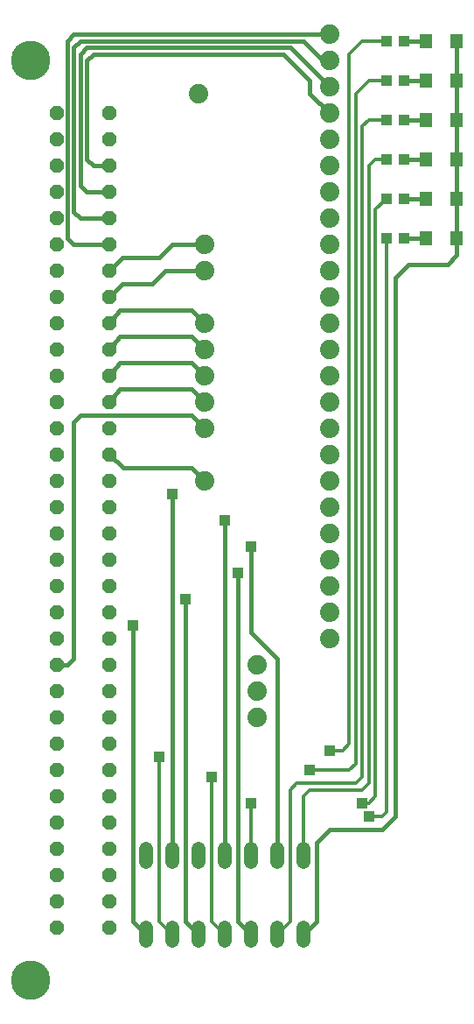
<source format=gtl>
G75*
%MOIN*%
%OFA0B0*%
%FSLAX24Y24*%
%IPPOS*%
%LPD*%
%AMOC8*
5,1,8,0,0,1.08239X$1,22.5*
%
%ADD10OC8,0.0560*%
%ADD11C,0.1502*%
%ADD12C,0.0740*%
%ADD13C,0.0520*%
%ADD14R,0.0472X0.0551*%
%ADD15R,0.0433X0.0394*%
%ADD16C,0.0160*%
%ADD17R,0.0396X0.0396*%
%ADD18C,0.0120*%
D10*
X005150Y003195D03*
X005150Y004195D03*
X005150Y005195D03*
X005150Y006195D03*
X005150Y007195D03*
X005150Y008195D03*
X005150Y009195D03*
X005150Y010195D03*
X005150Y011195D03*
X005150Y012195D03*
X005150Y013195D03*
X005150Y014195D03*
X005150Y015195D03*
X005150Y016195D03*
X005150Y017195D03*
X005150Y018195D03*
X005150Y019195D03*
X005150Y020195D03*
X005150Y021195D03*
X005150Y022195D03*
X005150Y023195D03*
X005150Y024195D03*
X005150Y025195D03*
X005150Y026195D03*
X005150Y027195D03*
X005150Y028195D03*
X005150Y029195D03*
X005150Y030195D03*
X005150Y031195D03*
X005150Y032195D03*
X005150Y033195D03*
X005150Y034195D03*
X007150Y034195D03*
X007150Y033195D03*
X007150Y032195D03*
X007150Y031195D03*
X007150Y030195D03*
X007150Y029195D03*
X007150Y028195D03*
X007150Y027195D03*
X007150Y026195D03*
X007150Y025195D03*
X007150Y024195D03*
X007150Y023195D03*
X007150Y022195D03*
X007150Y021195D03*
X007150Y020195D03*
X007150Y019195D03*
X007150Y018195D03*
X007150Y017195D03*
X007150Y016195D03*
X007150Y015195D03*
X007150Y014195D03*
X007150Y013195D03*
X007150Y012195D03*
X007150Y011195D03*
X007150Y010195D03*
X007150Y009195D03*
X007150Y008195D03*
X007150Y007195D03*
X007150Y006195D03*
X007150Y005195D03*
X007150Y004195D03*
X007150Y003195D03*
D11*
X004150Y001195D03*
X004150Y036195D03*
D12*
X010531Y034930D03*
X010781Y029180D03*
X010781Y028180D03*
X010781Y026180D03*
X010781Y025180D03*
X010781Y024180D03*
X010781Y023180D03*
X010781Y022180D03*
X010781Y020180D03*
X012781Y013180D03*
X012781Y012180D03*
X012781Y011180D03*
X015531Y014180D03*
X015531Y015180D03*
X015531Y016180D03*
X015531Y017180D03*
X015531Y018180D03*
X015531Y019180D03*
X015531Y020180D03*
X015531Y021180D03*
X015531Y022180D03*
X015531Y023180D03*
X015531Y024180D03*
X015531Y025180D03*
X015531Y026180D03*
X015531Y027180D03*
X015531Y028180D03*
X015531Y029180D03*
X015531Y030180D03*
X015531Y031180D03*
X015531Y032180D03*
X015531Y033180D03*
X015531Y034180D03*
X015531Y035180D03*
X015531Y036180D03*
X015531Y037180D03*
D13*
X014531Y006190D02*
X014531Y005670D01*
X013531Y005670D02*
X013531Y006190D01*
X012531Y006190D02*
X012531Y005670D01*
X011531Y005670D02*
X011531Y006190D01*
X010531Y006190D02*
X010531Y005670D01*
X009531Y005670D02*
X009531Y006190D01*
X008531Y006190D02*
X008531Y005670D01*
X008531Y003190D02*
X008531Y002670D01*
X009531Y002670D02*
X009531Y003190D01*
X010531Y003190D02*
X010531Y002670D01*
X011531Y002670D02*
X011531Y003190D01*
X012531Y003190D02*
X012531Y002670D01*
X013531Y002670D02*
X013531Y003190D01*
X014531Y003190D02*
X014531Y002670D01*
D14*
X019191Y029430D03*
X019191Y030930D03*
X019191Y032430D03*
X019191Y033930D03*
X019191Y035430D03*
X019191Y036930D03*
X020372Y036930D03*
X020372Y035430D03*
X020372Y033930D03*
X020372Y032430D03*
X020372Y030930D03*
X020372Y029430D03*
D15*
X018366Y029430D03*
X017697Y029430D03*
X017697Y030930D03*
X018366Y030930D03*
X018366Y032430D03*
X017697Y032430D03*
X017697Y033930D03*
X018366Y033930D03*
X018366Y035430D03*
X017697Y035430D03*
X017697Y036930D03*
X018366Y036930D03*
D16*
X019191Y036930D01*
X019191Y035430D02*
X018366Y035430D01*
X018366Y033930D02*
X019191Y033930D01*
X019191Y032430D02*
X018366Y032430D01*
X018366Y030930D02*
X019191Y030930D01*
X019191Y029430D02*
X018366Y029430D01*
X018531Y028430D02*
X018031Y027930D01*
X018031Y007430D01*
X017531Y006930D01*
X015531Y006930D01*
X015031Y006430D01*
X015031Y003430D01*
X014531Y002930D01*
X013531Y005930D02*
X013531Y013430D01*
X012531Y014430D01*
X012531Y017680D01*
X012031Y016680D02*
X012031Y003430D01*
X012531Y002930D01*
X011531Y005930D02*
X011531Y018680D01*
X010781Y020180D02*
X010281Y020680D01*
X007665Y020680D01*
X007150Y021195D01*
X005781Y022430D02*
X006031Y022680D01*
X010281Y022680D01*
X010781Y022180D01*
X010781Y023180D02*
X010281Y023680D01*
X007531Y023680D01*
X007150Y023195D01*
X007150Y024195D02*
X007531Y024680D01*
X010281Y024680D01*
X010781Y024180D01*
X010781Y025180D02*
X010281Y025680D01*
X007531Y025680D01*
X007150Y025195D01*
X007150Y026195D02*
X007531Y026680D01*
X010281Y026680D01*
X010781Y026180D01*
X010781Y028180D02*
X009281Y028180D01*
X008781Y027680D01*
X007635Y027680D01*
X007150Y027195D01*
X007150Y028195D02*
X007635Y028680D01*
X009031Y028680D01*
X009531Y029180D01*
X010781Y029180D01*
X007150Y029195D02*
X007135Y029180D01*
X005781Y029180D01*
X005531Y029430D01*
X005531Y036930D01*
X005781Y037180D01*
X015531Y037180D01*
X015531Y036180D02*
X015281Y036180D01*
X014531Y036930D01*
X006031Y036930D01*
X005781Y036680D01*
X005781Y030430D01*
X006031Y030180D01*
X007135Y030180D01*
X007150Y030195D01*
X007135Y031180D02*
X007150Y031195D01*
X007135Y031180D02*
X006281Y031180D01*
X006031Y031430D01*
X006031Y036430D01*
X006281Y036680D01*
X014031Y036680D01*
X015531Y035180D01*
X014781Y034930D02*
X015531Y034180D01*
X014781Y034930D02*
X014781Y035430D01*
X013781Y036430D01*
X006531Y036430D01*
X006281Y036180D01*
X006281Y032430D01*
X006531Y032180D01*
X007135Y032180D01*
X007150Y032195D01*
X005781Y022430D02*
X005781Y013430D01*
X005531Y013180D01*
X005150Y013195D01*
X008031Y014680D02*
X008031Y003430D01*
X008531Y002930D01*
X010031Y003430D02*
X010031Y015680D01*
X009531Y019680D02*
X009531Y005930D01*
X010031Y003430D02*
X010531Y002930D01*
X018531Y028430D02*
X020031Y028430D01*
X020372Y028771D01*
X020372Y029430D01*
X020372Y030930D01*
X020372Y032430D01*
X020372Y033930D01*
X020372Y035430D01*
X020372Y036930D01*
D17*
X011531Y018680D03*
X012531Y017680D03*
X012031Y016680D03*
X010031Y015680D03*
X008031Y014680D03*
X009031Y009680D03*
X011031Y008930D03*
X012531Y007930D03*
X014781Y009180D03*
X015531Y009930D03*
X016781Y007930D03*
X017031Y007430D03*
X009531Y019680D03*
D18*
X009031Y009680D02*
X009031Y003430D01*
X009531Y002930D01*
X011031Y003430D02*
X011531Y002930D01*
X011031Y003430D02*
X011031Y008930D01*
X012531Y007930D02*
X012531Y005930D01*
X014031Y008430D02*
X014031Y003430D01*
X013531Y002930D01*
X014531Y005930D02*
X014531Y008180D01*
X014781Y008430D01*
X016781Y008430D01*
X017031Y008680D01*
X017031Y032180D01*
X017281Y032430D01*
X017697Y032430D01*
X017697Y033930D02*
X017031Y033930D01*
X016781Y033680D01*
X016781Y008930D01*
X016531Y008680D01*
X014281Y008680D01*
X014031Y008430D01*
X014781Y009180D02*
X016281Y009180D01*
X016531Y009430D01*
X016531Y034930D01*
X017031Y035430D01*
X017697Y035430D01*
X017697Y036930D02*
X016781Y036930D01*
X016281Y036430D01*
X016281Y010180D01*
X016031Y009930D01*
X015531Y009930D01*
X016781Y007930D02*
X017031Y007930D01*
X017281Y008180D01*
X017281Y030515D01*
X017697Y030930D01*
X017697Y029430D02*
X017697Y007595D01*
X017531Y007430D01*
X017031Y007430D01*
M02*

</source>
